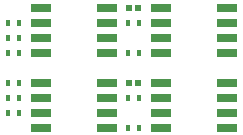
<source format=gtp>
G04*
G04 #@! TF.GenerationSoftware,Altium Limited,Altium NEXUS,1.1.9 (86)*
G04*
G04 Layer_Color=8421504*
%FSLAX25Y25*%
%MOIN*%
G70*
G01*
G75*
%ADD10R,0.02047X0.02047*%
%ADD11R,0.01772X0.02165*%
%ADD12R,0.07008X0.02835*%
D10*
X55925Y22500D02*
D03*
X59075D02*
D03*
X55925Y47500D02*
D03*
X59075D02*
D03*
D11*
X59272Y7500D02*
D03*
X55728D02*
D03*
X19272Y12500D02*
D03*
X15728D02*
D03*
X59272Y17500D02*
D03*
X55728D02*
D03*
X19272Y22500D02*
D03*
X15728D02*
D03*
X19272Y17500D02*
D03*
X15728D02*
D03*
X59272Y32500D02*
D03*
X55728D02*
D03*
X19272D02*
D03*
X15728D02*
D03*
X59272Y42500D02*
D03*
X55728D02*
D03*
X19272D02*
D03*
X15728D02*
D03*
X19272Y37500D02*
D03*
X15728D02*
D03*
D12*
X26535Y22500D02*
D03*
Y17500D02*
D03*
Y12500D02*
D03*
Y7500D02*
D03*
X48465Y22500D02*
D03*
Y17500D02*
D03*
Y12500D02*
D03*
Y7500D02*
D03*
X66535Y22500D02*
D03*
Y17500D02*
D03*
Y12500D02*
D03*
Y7500D02*
D03*
X88465Y22500D02*
D03*
Y17500D02*
D03*
Y12500D02*
D03*
Y7500D02*
D03*
X26535Y47500D02*
D03*
Y42500D02*
D03*
Y37500D02*
D03*
Y32500D02*
D03*
X48465Y47500D02*
D03*
Y42500D02*
D03*
Y37500D02*
D03*
Y32500D02*
D03*
X66535Y47500D02*
D03*
Y42500D02*
D03*
Y37500D02*
D03*
Y32500D02*
D03*
X88465Y47500D02*
D03*
Y42500D02*
D03*
Y37500D02*
D03*
Y32500D02*
D03*
M02*

</source>
